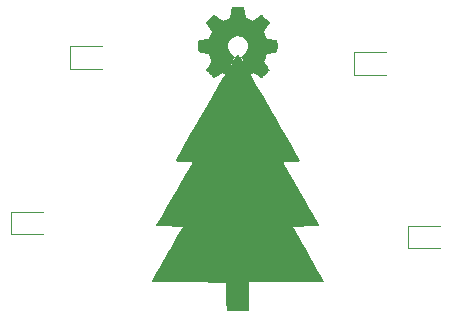
<source format=gbr>
G04 #@! TF.GenerationSoftware,KiCad,Pcbnew,(5.1.6)-1*
G04 #@! TF.CreationDate,2020-11-21T22:09:05+04:00*
G04 #@! TF.ProjectId,christmas-pcb-badge,63687269-7374-46d6-9173-2d7063622d62,rev?*
G04 #@! TF.SameCoordinates,Original*
G04 #@! TF.FileFunction,Legend,Top*
G04 #@! TF.FilePolarity,Positive*
%FSLAX46Y46*%
G04 Gerber Fmt 4.6, Leading zero omitted, Abs format (unit mm)*
G04 Created by KiCad (PCBNEW (5.1.6)-1) date 2020-11-21 22:09:05*
%MOMM*%
%LPD*%
G01*
G04 APERTURE LIST*
%ADD10C,0.120000*%
%ADD11C,0.010000*%
G04 APERTURE END LIST*
D10*
G04 #@! TO.C,R3*
X140525000Y-82790000D02*
X137840000Y-82790000D01*
X137840000Y-82790000D02*
X137840000Y-84710000D01*
X137840000Y-84710000D02*
X140525000Y-84710000D01*
G04 #@! TO.C,R5*
X156625000Y-99015000D02*
X153940000Y-99015000D01*
X153940000Y-99015000D02*
X153940000Y-100935000D01*
X153940000Y-100935000D02*
X156625000Y-100935000D01*
G04 #@! TO.C,R4*
X152075000Y-84315000D02*
X149390000Y-84315000D01*
X149390000Y-84315000D02*
X149390000Y-86235000D01*
X149390000Y-86235000D02*
X152075000Y-86235000D01*
G04 #@! TO.C,R1*
X123062500Y-97840000D02*
X120377500Y-97840000D01*
X120377500Y-97840000D02*
X120377500Y-99760000D01*
X120377500Y-99760000D02*
X123062500Y-99760000D01*
G04 #@! TO.C,R2*
X128012500Y-83840000D02*
X125327500Y-83840000D01*
X125327500Y-83840000D02*
X125327500Y-85760000D01*
X125327500Y-85760000D02*
X128012500Y-85760000D01*
D11*
G04 #@! TO.C,G\u002A\u002A\u002A*
G36*
X139513167Y-84536218D02*
G01*
X139529381Y-84549214D01*
X139556963Y-84583417D01*
X139598111Y-84642532D01*
X139655022Y-84730266D01*
X139729894Y-84850325D01*
X139824926Y-85006414D01*
X139942315Y-85202239D01*
X140084258Y-85441507D01*
X140252955Y-85727923D01*
X140450602Y-86065193D01*
X140679397Y-86457023D01*
X140941539Y-86907119D01*
X141239225Y-87419187D01*
X141574654Y-87996933D01*
X141950022Y-88644063D01*
X141977721Y-88691834D01*
X142378545Y-89383202D01*
X142738934Y-90005045D01*
X143060981Y-90561043D01*
X143346784Y-91054880D01*
X143598437Y-91490237D01*
X143818037Y-91870795D01*
X144007678Y-92200239D01*
X144169458Y-92482248D01*
X144305471Y-92720507D01*
X144417813Y-92918696D01*
X144508580Y-93080498D01*
X144579868Y-93209594D01*
X144633772Y-93309668D01*
X144672388Y-93384401D01*
X144697811Y-93437475D01*
X144712138Y-93472573D01*
X144717464Y-93493376D01*
X144716138Y-93503186D01*
X144667622Y-93517260D01*
X144551616Y-93529369D01*
X144385291Y-93538252D01*
X144185820Y-93542648D01*
X144177918Y-93542709D01*
X143954881Y-93546540D01*
X143742203Y-93554116D01*
X143565707Y-93564291D01*
X143461040Y-93574459D01*
X143260246Y-93602500D01*
X144805123Y-96265580D01*
X145057328Y-96700726D01*
X145296730Y-97114546D01*
X145519986Y-97501211D01*
X145723752Y-97854894D01*
X145904683Y-98169767D01*
X146059436Y-98440003D01*
X146184667Y-98659774D01*
X146277031Y-98823251D01*
X146333185Y-98924608D01*
X146350000Y-98957898D01*
X146309522Y-98966599D01*
X146195484Y-98976086D01*
X146018984Y-98985828D01*
X145791120Y-98995292D01*
X145522988Y-99003947D01*
X145246188Y-99010824D01*
X144948954Y-99018049D01*
X144680227Y-99026199D01*
X144451421Y-99034796D01*
X144273949Y-99043364D01*
X144159224Y-99051424D01*
X144118913Y-99057977D01*
X144135046Y-99097961D01*
X144189872Y-99204605D01*
X144279696Y-99371272D01*
X144400827Y-99591328D01*
X144549571Y-99858139D01*
X144722235Y-100165070D01*
X144915126Y-100505485D01*
X145124551Y-100872750D01*
X145281618Y-101146803D01*
X145505952Y-101537542D01*
X145721134Y-101912579D01*
X145922818Y-102264326D01*
X146106659Y-102585194D01*
X146268314Y-102867596D01*
X146403437Y-103103943D01*
X146507684Y-103286647D01*
X146576710Y-103408120D01*
X146599524Y-103448655D01*
X146731262Y-103685143D01*
X144438164Y-103713238D01*
X143970968Y-103718757D01*
X143501691Y-103723916D01*
X143042401Y-103728609D01*
X142605168Y-103732728D01*
X142202059Y-103736166D01*
X141845143Y-103738814D01*
X141546488Y-103740566D01*
X141318164Y-103741314D01*
X141284199Y-103741334D01*
X140423334Y-103741334D01*
X140423334Y-106196667D01*
X138615678Y-106196667D01*
X138588173Y-105809163D01*
X138579307Y-105639560D01*
X138571629Y-105407321D01*
X138565636Y-105134476D01*
X138561824Y-104843055D01*
X138560667Y-104587918D01*
X138560667Y-103754176D01*
X135446691Y-103731168D01*
X134940898Y-103727131D01*
X134460002Y-103722712D01*
X134010677Y-103718006D01*
X133599596Y-103713112D01*
X133233430Y-103708128D01*
X132918852Y-103703149D01*
X132662536Y-103698274D01*
X132471153Y-103693600D01*
X132351376Y-103689225D01*
X132309962Y-103685406D01*
X132308327Y-103671072D01*
X132318632Y-103638378D01*
X132343515Y-103582608D01*
X132385616Y-103499050D01*
X132447574Y-103382988D01*
X132532028Y-103229708D01*
X132641616Y-103034496D01*
X132778978Y-102792638D01*
X132946752Y-102499419D01*
X133147578Y-102150125D01*
X133384095Y-101740041D01*
X133658941Y-101264454D01*
X133851053Y-100932379D01*
X134059716Y-100570807D01*
X134254275Y-100231748D01*
X134430807Y-99922171D01*
X134585391Y-99649047D01*
X134714105Y-99419346D01*
X134813028Y-99240037D01*
X134878238Y-99118091D01*
X134905814Y-99060476D01*
X134906308Y-99056863D01*
X134860597Y-99050875D01*
X134741468Y-99043714D01*
X134560152Y-99035819D01*
X134327883Y-99027627D01*
X134055892Y-99019577D01*
X133760623Y-99012223D01*
X133461760Y-99005143D01*
X133192691Y-98998202D01*
X132964398Y-98991729D01*
X132787864Y-98986055D01*
X132674070Y-98981508D01*
X132634000Y-98978431D01*
X132654626Y-98941357D01*
X132713852Y-98837978D01*
X132807699Y-98675167D01*
X132932188Y-98459800D01*
X133083340Y-98198752D01*
X133257177Y-97898898D01*
X133449719Y-97567113D01*
X133656989Y-97210272D01*
X133726486Y-97090692D01*
X134072747Y-96494780D01*
X134378551Y-95968019D01*
X134646153Y-95506457D01*
X134877808Y-95106140D01*
X135075772Y-94763115D01*
X135242297Y-94473431D01*
X135379640Y-94233133D01*
X135490055Y-94038269D01*
X135575798Y-93884886D01*
X135639121Y-93769032D01*
X135682282Y-93686754D01*
X135707533Y-93634098D01*
X135717131Y-93607111D01*
X135716608Y-93601830D01*
X135670411Y-93594203D01*
X135553934Y-93584500D01*
X135381508Y-93573650D01*
X135167467Y-93562581D01*
X134991794Y-93554841D01*
X134757917Y-93543152D01*
X134556709Y-93529081D01*
X134402031Y-93513927D01*
X134307744Y-93498984D01*
X134285000Y-93488715D01*
X134306220Y-93441226D01*
X134368854Y-93323441D01*
X134471364Y-93138026D01*
X134612214Y-92887647D01*
X134789867Y-92574971D01*
X135002784Y-92202663D01*
X135249428Y-91773390D01*
X135528262Y-91289819D01*
X135837749Y-90754617D01*
X136176351Y-90170448D01*
X136542531Y-89539981D01*
X136934751Y-88865880D01*
X137351475Y-88150813D01*
X137791164Y-87397446D01*
X138234607Y-86638667D01*
X138449793Y-86270674D01*
X138653679Y-85921965D01*
X138841950Y-85599925D01*
X139010289Y-85311940D01*
X139154381Y-85065393D01*
X139269907Y-84867671D01*
X139352552Y-84726159D01*
X139398000Y-84648241D01*
X139403540Y-84638708D01*
X139461892Y-84562220D01*
X139511229Y-84535728D01*
X139513167Y-84536218D01*
G37*
X139513167Y-84536218D02*
X139529381Y-84549214D01*
X139556963Y-84583417D01*
X139598111Y-84642532D01*
X139655022Y-84730266D01*
X139729894Y-84850325D01*
X139824926Y-85006414D01*
X139942315Y-85202239D01*
X140084258Y-85441507D01*
X140252955Y-85727923D01*
X140450602Y-86065193D01*
X140679397Y-86457023D01*
X140941539Y-86907119D01*
X141239225Y-87419187D01*
X141574654Y-87996933D01*
X141950022Y-88644063D01*
X141977721Y-88691834D01*
X142378545Y-89383202D01*
X142738934Y-90005045D01*
X143060981Y-90561043D01*
X143346784Y-91054880D01*
X143598437Y-91490237D01*
X143818037Y-91870795D01*
X144007678Y-92200239D01*
X144169458Y-92482248D01*
X144305471Y-92720507D01*
X144417813Y-92918696D01*
X144508580Y-93080498D01*
X144579868Y-93209594D01*
X144633772Y-93309668D01*
X144672388Y-93384401D01*
X144697811Y-93437475D01*
X144712138Y-93472573D01*
X144717464Y-93493376D01*
X144716138Y-93503186D01*
X144667622Y-93517260D01*
X144551616Y-93529369D01*
X144385291Y-93538252D01*
X144185820Y-93542648D01*
X144177918Y-93542709D01*
X143954881Y-93546540D01*
X143742203Y-93554116D01*
X143565707Y-93564291D01*
X143461040Y-93574459D01*
X143260246Y-93602500D01*
X144805123Y-96265580D01*
X145057328Y-96700726D01*
X145296730Y-97114546D01*
X145519986Y-97501211D01*
X145723752Y-97854894D01*
X145904683Y-98169767D01*
X146059436Y-98440003D01*
X146184667Y-98659774D01*
X146277031Y-98823251D01*
X146333185Y-98924608D01*
X146350000Y-98957898D01*
X146309522Y-98966599D01*
X146195484Y-98976086D01*
X146018984Y-98985828D01*
X145791120Y-98995292D01*
X145522988Y-99003947D01*
X145246188Y-99010824D01*
X144948954Y-99018049D01*
X144680227Y-99026199D01*
X144451421Y-99034796D01*
X144273949Y-99043364D01*
X144159224Y-99051424D01*
X144118913Y-99057977D01*
X144135046Y-99097961D01*
X144189872Y-99204605D01*
X144279696Y-99371272D01*
X144400827Y-99591328D01*
X144549571Y-99858139D01*
X144722235Y-100165070D01*
X144915126Y-100505485D01*
X145124551Y-100872750D01*
X145281618Y-101146803D01*
X145505952Y-101537542D01*
X145721134Y-101912579D01*
X145922818Y-102264326D01*
X146106659Y-102585194D01*
X146268314Y-102867596D01*
X146403437Y-103103943D01*
X146507684Y-103286647D01*
X146576710Y-103408120D01*
X146599524Y-103448655D01*
X146731262Y-103685143D01*
X144438164Y-103713238D01*
X143970968Y-103718757D01*
X143501691Y-103723916D01*
X143042401Y-103728609D01*
X142605168Y-103732728D01*
X142202059Y-103736166D01*
X141845143Y-103738814D01*
X141546488Y-103740566D01*
X141318164Y-103741314D01*
X141284199Y-103741334D01*
X140423334Y-103741334D01*
X140423334Y-106196667D01*
X138615678Y-106196667D01*
X138588173Y-105809163D01*
X138579307Y-105639560D01*
X138571629Y-105407321D01*
X138565636Y-105134476D01*
X138561824Y-104843055D01*
X138560667Y-104587918D01*
X138560667Y-103754176D01*
X135446691Y-103731168D01*
X134940898Y-103727131D01*
X134460002Y-103722712D01*
X134010677Y-103718006D01*
X133599596Y-103713112D01*
X133233430Y-103708128D01*
X132918852Y-103703149D01*
X132662536Y-103698274D01*
X132471153Y-103693600D01*
X132351376Y-103689225D01*
X132309962Y-103685406D01*
X132308327Y-103671072D01*
X132318632Y-103638378D01*
X132343515Y-103582608D01*
X132385616Y-103499050D01*
X132447574Y-103382988D01*
X132532028Y-103229708D01*
X132641616Y-103034496D01*
X132778978Y-102792638D01*
X132946752Y-102499419D01*
X133147578Y-102150125D01*
X133384095Y-101740041D01*
X133658941Y-101264454D01*
X133851053Y-100932379D01*
X134059716Y-100570807D01*
X134254275Y-100231748D01*
X134430807Y-99922171D01*
X134585391Y-99649047D01*
X134714105Y-99419346D01*
X134813028Y-99240037D01*
X134878238Y-99118091D01*
X134905814Y-99060476D01*
X134906308Y-99056863D01*
X134860597Y-99050875D01*
X134741468Y-99043714D01*
X134560152Y-99035819D01*
X134327883Y-99027627D01*
X134055892Y-99019577D01*
X133760623Y-99012223D01*
X133461760Y-99005143D01*
X133192691Y-98998202D01*
X132964398Y-98991729D01*
X132787864Y-98986055D01*
X132674070Y-98981508D01*
X132634000Y-98978431D01*
X132654626Y-98941357D01*
X132713852Y-98837978D01*
X132807699Y-98675167D01*
X132932188Y-98459800D01*
X133083340Y-98198752D01*
X133257177Y-97898898D01*
X133449719Y-97567113D01*
X133656989Y-97210272D01*
X133726486Y-97090692D01*
X134072747Y-96494780D01*
X134378551Y-95968019D01*
X134646153Y-95506457D01*
X134877808Y-95106140D01*
X135075772Y-94763115D01*
X135242297Y-94473431D01*
X135379640Y-94233133D01*
X135490055Y-94038269D01*
X135575798Y-93884886D01*
X135639121Y-93769032D01*
X135682282Y-93686754D01*
X135707533Y-93634098D01*
X135717131Y-93607111D01*
X135716608Y-93601830D01*
X135670411Y-93594203D01*
X135553934Y-93584500D01*
X135381508Y-93573650D01*
X135167467Y-93562581D01*
X134991794Y-93554841D01*
X134757917Y-93543152D01*
X134556709Y-93529081D01*
X134402031Y-93513927D01*
X134307744Y-93498984D01*
X134285000Y-93488715D01*
X134306220Y-93441226D01*
X134368854Y-93323441D01*
X134471364Y-93138026D01*
X134612214Y-92887647D01*
X134789867Y-92574971D01*
X135002784Y-92202663D01*
X135249428Y-91773390D01*
X135528262Y-91289819D01*
X135837749Y-90754617D01*
X136176351Y-90170448D01*
X136542531Y-89539981D01*
X136934751Y-88865880D01*
X137351475Y-88150813D01*
X137791164Y-87397446D01*
X138234607Y-86638667D01*
X138449793Y-86270674D01*
X138653679Y-85921965D01*
X138841950Y-85599925D01*
X139010289Y-85311940D01*
X139154381Y-85065393D01*
X139269907Y-84867671D01*
X139352552Y-84726159D01*
X139398000Y-84648241D01*
X139403540Y-84638708D01*
X139461892Y-84562220D01*
X139511229Y-84535728D01*
X139513167Y-84536218D01*
G04 #@! TO.C,REF\u002A\u002A*
G36*
X140055814Y-80968931D02*
G01*
X140139635Y-81413555D01*
X140448920Y-81541053D01*
X140758206Y-81668551D01*
X141129246Y-81416246D01*
X141233157Y-81345996D01*
X141327087Y-81283272D01*
X141406652Y-81230938D01*
X141467470Y-81191857D01*
X141505157Y-81168893D01*
X141515421Y-81163942D01*
X141533910Y-81176676D01*
X141573420Y-81211882D01*
X141629522Y-81265062D01*
X141697787Y-81331718D01*
X141773786Y-81407354D01*
X141853092Y-81487472D01*
X141931275Y-81567574D01*
X142003907Y-81643164D01*
X142066559Y-81709745D01*
X142114803Y-81762818D01*
X142144210Y-81797887D01*
X142151241Y-81809623D01*
X142141123Y-81831260D01*
X142112759Y-81878662D01*
X142069129Y-81947193D01*
X142013218Y-82032215D01*
X141948006Y-82129093D01*
X141910219Y-82184350D01*
X141841343Y-82285248D01*
X141780140Y-82376299D01*
X141729578Y-82452970D01*
X141692628Y-82510728D01*
X141672258Y-82545043D01*
X141669197Y-82552254D01*
X141676136Y-82572748D01*
X141695051Y-82620513D01*
X141723087Y-82688832D01*
X141757391Y-82770989D01*
X141795109Y-82860270D01*
X141833387Y-82949958D01*
X141869370Y-83033338D01*
X141900206Y-83103694D01*
X141923039Y-83154310D01*
X141935017Y-83178471D01*
X141935724Y-83179422D01*
X141954531Y-83184036D01*
X142004618Y-83194328D01*
X142080793Y-83209287D01*
X142177865Y-83227901D01*
X142290643Y-83249159D01*
X142356442Y-83261418D01*
X142476950Y-83284362D01*
X142585797Y-83306195D01*
X142677476Y-83325722D01*
X142746481Y-83341748D01*
X142787304Y-83353079D01*
X142795511Y-83356674D01*
X142803548Y-83381006D01*
X142810033Y-83435959D01*
X142814970Y-83515108D01*
X142818364Y-83612026D01*
X142820218Y-83720287D01*
X142820538Y-83833465D01*
X142819327Y-83945135D01*
X142816590Y-84048868D01*
X142812331Y-84138241D01*
X142806555Y-84206826D01*
X142799267Y-84248197D01*
X142794895Y-84256810D01*
X142768764Y-84267133D01*
X142713393Y-84281892D01*
X142636107Y-84299352D01*
X142544230Y-84317780D01*
X142512158Y-84323741D01*
X142357524Y-84352066D01*
X142235375Y-84374876D01*
X142141673Y-84393080D01*
X142072384Y-84407583D01*
X142023471Y-84419292D01*
X141990897Y-84429115D01*
X141970628Y-84437956D01*
X141958626Y-84446724D01*
X141956947Y-84448457D01*
X141940184Y-84476371D01*
X141914614Y-84530695D01*
X141882788Y-84604777D01*
X141847260Y-84691965D01*
X141810583Y-84785608D01*
X141775311Y-84879052D01*
X141743996Y-84965647D01*
X141719193Y-85038740D01*
X141703454Y-85091678D01*
X141699332Y-85117811D01*
X141699676Y-85118726D01*
X141713641Y-85140086D01*
X141745322Y-85187084D01*
X141791391Y-85254827D01*
X141848518Y-85338423D01*
X141913373Y-85432982D01*
X141931843Y-85459854D01*
X141997699Y-85557275D01*
X142055650Y-85646163D01*
X142102538Y-85721412D01*
X142135207Y-85777920D01*
X142150500Y-85810581D01*
X142151241Y-85814593D01*
X142138392Y-85835684D01*
X142102888Y-85877464D01*
X142049293Y-85935445D01*
X141982171Y-86005135D01*
X141906087Y-86082045D01*
X141825604Y-86161683D01*
X141745287Y-86239561D01*
X141669699Y-86311186D01*
X141603405Y-86372070D01*
X141550969Y-86417721D01*
X141516955Y-86443650D01*
X141507545Y-86447883D01*
X141485643Y-86437912D01*
X141440800Y-86411020D01*
X141380321Y-86371736D01*
X141333789Y-86340117D01*
X141249475Y-86282098D01*
X141149626Y-86213784D01*
X141049473Y-86145579D01*
X140995627Y-86109075D01*
X140813371Y-85985800D01*
X140660381Y-86068520D01*
X140590682Y-86104759D01*
X140531414Y-86132926D01*
X140491311Y-86148991D01*
X140481103Y-86151226D01*
X140468829Y-86134722D01*
X140444613Y-86088082D01*
X140410263Y-86015609D01*
X140367588Y-85921606D01*
X140318394Y-85810374D01*
X140264490Y-85686215D01*
X140207684Y-85553432D01*
X140149782Y-85416327D01*
X140092593Y-85279202D01*
X140037924Y-85146358D01*
X139987584Y-85022098D01*
X139943380Y-84910725D01*
X139907119Y-84816539D01*
X139880609Y-84743844D01*
X139865658Y-84696941D01*
X139863254Y-84680833D01*
X139882311Y-84660286D01*
X139924036Y-84626933D01*
X139979706Y-84587702D01*
X139984378Y-84584599D01*
X140128264Y-84469423D01*
X140244283Y-84335053D01*
X140331430Y-84185784D01*
X140388699Y-84025913D01*
X140415086Y-83859737D01*
X140409585Y-83691552D01*
X140371190Y-83525655D01*
X140298895Y-83366342D01*
X140277626Y-83331487D01*
X140166996Y-83190737D01*
X140036302Y-83077714D01*
X139890064Y-82993003D01*
X139732808Y-82937194D01*
X139569057Y-82910874D01*
X139403333Y-82914630D01*
X139240162Y-82949050D01*
X139084065Y-83014723D01*
X138939567Y-83112235D01*
X138894869Y-83151813D01*
X138781112Y-83275703D01*
X138698218Y-83406124D01*
X138641356Y-83552315D01*
X138609687Y-83697088D01*
X138601869Y-83859860D01*
X138627938Y-84023440D01*
X138685245Y-84182298D01*
X138771144Y-84330906D01*
X138882986Y-84463735D01*
X139018123Y-84575256D01*
X139035883Y-84587011D01*
X139092150Y-84625508D01*
X139134923Y-84658863D01*
X139155372Y-84680160D01*
X139155669Y-84680833D01*
X139151279Y-84703871D01*
X139133876Y-84756157D01*
X139105268Y-84833390D01*
X139067265Y-84931268D01*
X139021674Y-85045491D01*
X138970303Y-85171758D01*
X138914962Y-85305767D01*
X138857458Y-85443218D01*
X138799601Y-85579808D01*
X138743198Y-85711237D01*
X138690058Y-85833205D01*
X138641990Y-85941409D01*
X138600801Y-86031549D01*
X138568301Y-86099323D01*
X138546297Y-86140430D01*
X138537436Y-86151226D01*
X138510360Y-86142819D01*
X138459697Y-86120272D01*
X138394183Y-86087613D01*
X138358159Y-86068520D01*
X138205168Y-85985800D01*
X138022912Y-86109075D01*
X137929875Y-86172228D01*
X137828015Y-86241727D01*
X137732562Y-86307165D01*
X137684750Y-86340117D01*
X137617505Y-86385273D01*
X137560564Y-86421057D01*
X137521354Y-86442938D01*
X137508619Y-86447563D01*
X137490083Y-86435085D01*
X137449059Y-86400252D01*
X137389525Y-86346678D01*
X137315458Y-86277983D01*
X137230835Y-86197781D01*
X137177315Y-86146286D01*
X137083681Y-86054286D01*
X137002759Y-85971999D01*
X136937823Y-85902945D01*
X136892142Y-85850644D01*
X136868989Y-85818616D01*
X136866768Y-85812116D01*
X136877076Y-85787394D01*
X136905561Y-85737405D01*
X136949063Y-85667212D01*
X137004423Y-85581875D01*
X137068480Y-85486456D01*
X137086697Y-85459854D01*
X137153073Y-85363167D01*
X137212622Y-85276117D01*
X137262016Y-85203595D01*
X137297925Y-85150493D01*
X137317019Y-85121703D01*
X137318864Y-85118726D01*
X137316105Y-85095782D01*
X137301462Y-85045336D01*
X137277487Y-84974041D01*
X137246734Y-84888547D01*
X137211756Y-84795507D01*
X137175107Y-84701574D01*
X137139339Y-84613399D01*
X137107006Y-84537634D01*
X137080662Y-84480931D01*
X137062858Y-84449943D01*
X137061593Y-84448457D01*
X137050706Y-84439601D01*
X137032318Y-84430843D01*
X137002394Y-84421277D01*
X136956897Y-84409996D01*
X136891791Y-84396093D01*
X136803039Y-84378663D01*
X136686607Y-84356798D01*
X136538458Y-84329591D01*
X136506382Y-84323741D01*
X136411314Y-84305374D01*
X136328435Y-84287405D01*
X136265070Y-84271569D01*
X136228542Y-84259600D01*
X136223644Y-84256810D01*
X136215573Y-84232072D01*
X136209013Y-84176790D01*
X136203967Y-84097389D01*
X136200441Y-84000296D01*
X136198439Y-83891938D01*
X136197964Y-83778740D01*
X136199023Y-83667128D01*
X136201618Y-83563529D01*
X136205754Y-83474368D01*
X136211437Y-83406072D01*
X136218669Y-83365066D01*
X136223029Y-83356674D01*
X136247302Y-83348208D01*
X136302574Y-83334435D01*
X136383338Y-83316550D01*
X136484088Y-83295748D01*
X136599317Y-83273223D01*
X136662098Y-83261418D01*
X136781213Y-83239151D01*
X136887435Y-83218979D01*
X136975573Y-83201915D01*
X137040434Y-83188969D01*
X137076826Y-83181155D01*
X137082816Y-83179422D01*
X137092939Y-83159890D01*
X137114338Y-83112843D01*
X137144161Y-83045003D01*
X137179555Y-82963091D01*
X137217668Y-82873828D01*
X137255647Y-82783935D01*
X137290640Y-82700135D01*
X137319794Y-82629147D01*
X137340257Y-82577694D01*
X137349177Y-82552497D01*
X137349343Y-82551396D01*
X137339231Y-82531519D01*
X137310883Y-82485777D01*
X137267277Y-82418717D01*
X137211394Y-82334884D01*
X137146213Y-82238826D01*
X137108321Y-82183650D01*
X137039275Y-82082481D01*
X136977950Y-81990630D01*
X136927337Y-81912744D01*
X136890429Y-81853469D01*
X136870218Y-81817451D01*
X136867299Y-81809377D01*
X136879847Y-81790584D01*
X136914537Y-81750457D01*
X136966937Y-81693493D01*
X137032616Y-81624185D01*
X137107144Y-81547031D01*
X137186087Y-81466525D01*
X137265017Y-81387163D01*
X137339500Y-81313440D01*
X137405106Y-81249852D01*
X137457404Y-81200894D01*
X137491961Y-81171061D01*
X137503522Y-81163942D01*
X137522346Y-81173953D01*
X137567369Y-81202078D01*
X137634213Y-81245454D01*
X137718501Y-81301218D01*
X137815856Y-81366506D01*
X137889293Y-81416246D01*
X138260333Y-81668551D01*
X138878905Y-81413555D01*
X138962725Y-80968931D01*
X139046546Y-80524307D01*
X139971994Y-80524307D01*
X140055814Y-80968931D01*
G37*
X140055814Y-80968931D02*
X140139635Y-81413555D01*
X140448920Y-81541053D01*
X140758206Y-81668551D01*
X141129246Y-81416246D01*
X141233157Y-81345996D01*
X141327087Y-81283272D01*
X141406652Y-81230938D01*
X141467470Y-81191857D01*
X141505157Y-81168893D01*
X141515421Y-81163942D01*
X141533910Y-81176676D01*
X141573420Y-81211882D01*
X141629522Y-81265062D01*
X141697787Y-81331718D01*
X141773786Y-81407354D01*
X141853092Y-81487472D01*
X141931275Y-81567574D01*
X142003907Y-81643164D01*
X142066559Y-81709745D01*
X142114803Y-81762818D01*
X142144210Y-81797887D01*
X142151241Y-81809623D01*
X142141123Y-81831260D01*
X142112759Y-81878662D01*
X142069129Y-81947193D01*
X142013218Y-82032215D01*
X141948006Y-82129093D01*
X141910219Y-82184350D01*
X141841343Y-82285248D01*
X141780140Y-82376299D01*
X141729578Y-82452970D01*
X141692628Y-82510728D01*
X141672258Y-82545043D01*
X141669197Y-82552254D01*
X141676136Y-82572748D01*
X141695051Y-82620513D01*
X141723087Y-82688832D01*
X141757391Y-82770989D01*
X141795109Y-82860270D01*
X141833387Y-82949958D01*
X141869370Y-83033338D01*
X141900206Y-83103694D01*
X141923039Y-83154310D01*
X141935017Y-83178471D01*
X141935724Y-83179422D01*
X141954531Y-83184036D01*
X142004618Y-83194328D01*
X142080793Y-83209287D01*
X142177865Y-83227901D01*
X142290643Y-83249159D01*
X142356442Y-83261418D01*
X142476950Y-83284362D01*
X142585797Y-83306195D01*
X142677476Y-83325722D01*
X142746481Y-83341748D01*
X142787304Y-83353079D01*
X142795511Y-83356674D01*
X142803548Y-83381006D01*
X142810033Y-83435959D01*
X142814970Y-83515108D01*
X142818364Y-83612026D01*
X142820218Y-83720287D01*
X142820538Y-83833465D01*
X142819327Y-83945135D01*
X142816590Y-84048868D01*
X142812331Y-84138241D01*
X142806555Y-84206826D01*
X142799267Y-84248197D01*
X142794895Y-84256810D01*
X142768764Y-84267133D01*
X142713393Y-84281892D01*
X142636107Y-84299352D01*
X142544230Y-84317780D01*
X142512158Y-84323741D01*
X142357524Y-84352066D01*
X142235375Y-84374876D01*
X142141673Y-84393080D01*
X142072384Y-84407583D01*
X142023471Y-84419292D01*
X141990897Y-84429115D01*
X141970628Y-84437956D01*
X141958626Y-84446724D01*
X141956947Y-84448457D01*
X141940184Y-84476371D01*
X141914614Y-84530695D01*
X141882788Y-84604777D01*
X141847260Y-84691965D01*
X141810583Y-84785608D01*
X141775311Y-84879052D01*
X141743996Y-84965647D01*
X141719193Y-85038740D01*
X141703454Y-85091678D01*
X141699332Y-85117811D01*
X141699676Y-85118726D01*
X141713641Y-85140086D01*
X141745322Y-85187084D01*
X141791391Y-85254827D01*
X141848518Y-85338423D01*
X141913373Y-85432982D01*
X141931843Y-85459854D01*
X141997699Y-85557275D01*
X142055650Y-85646163D01*
X142102538Y-85721412D01*
X142135207Y-85777920D01*
X142150500Y-85810581D01*
X142151241Y-85814593D01*
X142138392Y-85835684D01*
X142102888Y-85877464D01*
X142049293Y-85935445D01*
X141982171Y-86005135D01*
X141906087Y-86082045D01*
X141825604Y-86161683D01*
X141745287Y-86239561D01*
X141669699Y-86311186D01*
X141603405Y-86372070D01*
X141550969Y-86417721D01*
X141516955Y-86443650D01*
X141507545Y-86447883D01*
X141485643Y-86437912D01*
X141440800Y-86411020D01*
X141380321Y-86371736D01*
X141333789Y-86340117D01*
X141249475Y-86282098D01*
X141149626Y-86213784D01*
X141049473Y-86145579D01*
X140995627Y-86109075D01*
X140813371Y-85985800D01*
X140660381Y-86068520D01*
X140590682Y-86104759D01*
X140531414Y-86132926D01*
X140491311Y-86148991D01*
X140481103Y-86151226D01*
X140468829Y-86134722D01*
X140444613Y-86088082D01*
X140410263Y-86015609D01*
X140367588Y-85921606D01*
X140318394Y-85810374D01*
X140264490Y-85686215D01*
X140207684Y-85553432D01*
X140149782Y-85416327D01*
X140092593Y-85279202D01*
X140037924Y-85146358D01*
X139987584Y-85022098D01*
X139943380Y-84910725D01*
X139907119Y-84816539D01*
X139880609Y-84743844D01*
X139865658Y-84696941D01*
X139863254Y-84680833D01*
X139882311Y-84660286D01*
X139924036Y-84626933D01*
X139979706Y-84587702D01*
X139984378Y-84584599D01*
X140128264Y-84469423D01*
X140244283Y-84335053D01*
X140331430Y-84185784D01*
X140388699Y-84025913D01*
X140415086Y-83859737D01*
X140409585Y-83691552D01*
X140371190Y-83525655D01*
X140298895Y-83366342D01*
X140277626Y-83331487D01*
X140166996Y-83190737D01*
X140036302Y-83077714D01*
X139890064Y-82993003D01*
X139732808Y-82937194D01*
X139569057Y-82910874D01*
X139403333Y-82914630D01*
X139240162Y-82949050D01*
X139084065Y-83014723D01*
X138939567Y-83112235D01*
X138894869Y-83151813D01*
X138781112Y-83275703D01*
X138698218Y-83406124D01*
X138641356Y-83552315D01*
X138609687Y-83697088D01*
X138601869Y-83859860D01*
X138627938Y-84023440D01*
X138685245Y-84182298D01*
X138771144Y-84330906D01*
X138882986Y-84463735D01*
X139018123Y-84575256D01*
X139035883Y-84587011D01*
X139092150Y-84625508D01*
X139134923Y-84658863D01*
X139155372Y-84680160D01*
X139155669Y-84680833D01*
X139151279Y-84703871D01*
X139133876Y-84756157D01*
X139105268Y-84833390D01*
X139067265Y-84931268D01*
X139021674Y-85045491D01*
X138970303Y-85171758D01*
X138914962Y-85305767D01*
X138857458Y-85443218D01*
X138799601Y-85579808D01*
X138743198Y-85711237D01*
X138690058Y-85833205D01*
X138641990Y-85941409D01*
X138600801Y-86031549D01*
X138568301Y-86099323D01*
X138546297Y-86140430D01*
X138537436Y-86151226D01*
X138510360Y-86142819D01*
X138459697Y-86120272D01*
X138394183Y-86087613D01*
X138358159Y-86068520D01*
X138205168Y-85985800D01*
X138022912Y-86109075D01*
X137929875Y-86172228D01*
X137828015Y-86241727D01*
X137732562Y-86307165D01*
X137684750Y-86340117D01*
X137617505Y-86385273D01*
X137560564Y-86421057D01*
X137521354Y-86442938D01*
X137508619Y-86447563D01*
X137490083Y-86435085D01*
X137449059Y-86400252D01*
X137389525Y-86346678D01*
X137315458Y-86277983D01*
X137230835Y-86197781D01*
X137177315Y-86146286D01*
X137083681Y-86054286D01*
X137002759Y-85971999D01*
X136937823Y-85902945D01*
X136892142Y-85850644D01*
X136868989Y-85818616D01*
X136866768Y-85812116D01*
X136877076Y-85787394D01*
X136905561Y-85737405D01*
X136949063Y-85667212D01*
X137004423Y-85581875D01*
X137068480Y-85486456D01*
X137086697Y-85459854D01*
X137153073Y-85363167D01*
X137212622Y-85276117D01*
X137262016Y-85203595D01*
X137297925Y-85150493D01*
X137317019Y-85121703D01*
X137318864Y-85118726D01*
X137316105Y-85095782D01*
X137301462Y-85045336D01*
X137277487Y-84974041D01*
X137246734Y-84888547D01*
X137211756Y-84795507D01*
X137175107Y-84701574D01*
X137139339Y-84613399D01*
X137107006Y-84537634D01*
X137080662Y-84480931D01*
X137062858Y-84449943D01*
X137061593Y-84448457D01*
X137050706Y-84439601D01*
X137032318Y-84430843D01*
X137002394Y-84421277D01*
X136956897Y-84409996D01*
X136891791Y-84396093D01*
X136803039Y-84378663D01*
X136686607Y-84356798D01*
X136538458Y-84329591D01*
X136506382Y-84323741D01*
X136411314Y-84305374D01*
X136328435Y-84287405D01*
X136265070Y-84271569D01*
X136228542Y-84259600D01*
X136223644Y-84256810D01*
X136215573Y-84232072D01*
X136209013Y-84176790D01*
X136203967Y-84097389D01*
X136200441Y-84000296D01*
X136198439Y-83891938D01*
X136197964Y-83778740D01*
X136199023Y-83667128D01*
X136201618Y-83563529D01*
X136205754Y-83474368D01*
X136211437Y-83406072D01*
X136218669Y-83365066D01*
X136223029Y-83356674D01*
X136247302Y-83348208D01*
X136302574Y-83334435D01*
X136383338Y-83316550D01*
X136484088Y-83295748D01*
X136599317Y-83273223D01*
X136662098Y-83261418D01*
X136781213Y-83239151D01*
X136887435Y-83218979D01*
X136975573Y-83201915D01*
X137040434Y-83188969D01*
X137076826Y-83181155D01*
X137082816Y-83179422D01*
X137092939Y-83159890D01*
X137114338Y-83112843D01*
X137144161Y-83045003D01*
X137179555Y-82963091D01*
X137217668Y-82873828D01*
X137255647Y-82783935D01*
X137290640Y-82700135D01*
X137319794Y-82629147D01*
X137340257Y-82577694D01*
X137349177Y-82552497D01*
X137349343Y-82551396D01*
X137339231Y-82531519D01*
X137310883Y-82485777D01*
X137267277Y-82418717D01*
X137211394Y-82334884D01*
X137146213Y-82238826D01*
X137108321Y-82183650D01*
X137039275Y-82082481D01*
X136977950Y-81990630D01*
X136927337Y-81912744D01*
X136890429Y-81853469D01*
X136870218Y-81817451D01*
X136867299Y-81809377D01*
X136879847Y-81790584D01*
X136914537Y-81750457D01*
X136966937Y-81693493D01*
X137032616Y-81624185D01*
X137107144Y-81547031D01*
X137186087Y-81466525D01*
X137265017Y-81387163D01*
X137339500Y-81313440D01*
X137405106Y-81249852D01*
X137457404Y-81200894D01*
X137491961Y-81171061D01*
X137503522Y-81163942D01*
X137522346Y-81173953D01*
X137567369Y-81202078D01*
X137634213Y-81245454D01*
X137718501Y-81301218D01*
X137815856Y-81366506D01*
X137889293Y-81416246D01*
X138260333Y-81668551D01*
X138878905Y-81413555D01*
X138962725Y-80968931D01*
X139046546Y-80524307D01*
X139971994Y-80524307D01*
X140055814Y-80968931D01*
G04 #@! TD*
M02*

</source>
